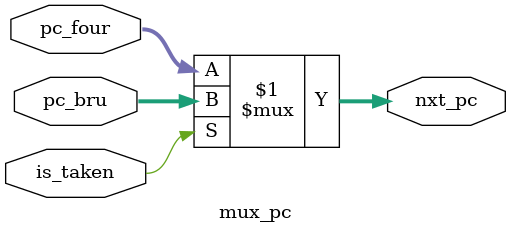
<source format=sv>
module mux_pc (
  input logic [31:0] pc_bru,
  input logic [31:0] pc_four,
  input logic is_taken,
  output logic [31:0] nxt_pc
  );

  assign nxt_pc = (is_taken)? pc_bru : pc_four;
  
endmodule
</source>
